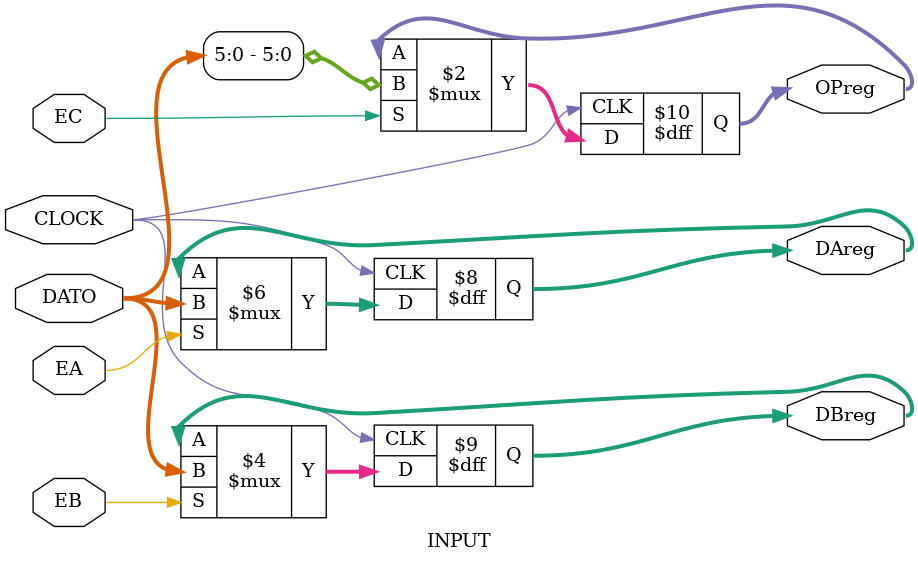
<source format=v>
`timescale 1ns / 1ps


module INPUT 
#(
    /** numero de bits - datos*/
    parameter NB_DATA   = 8
)

(
    /* DATO */
    input   wire   [NB_DATA - 1:0] DATO,
    /* SELECT */
    input   wire EA,
    input   wire EB,
    input   wire EC,
//    input   wire EB,
//    input   wire EOP,
    /* SALIDA*/
    //output reg  [NB_DATA - 1:0] F,     // EN DUDA
    output reg [NB_DATA    - 1 :0]      DAreg,
    output reg [NB_DATA    - 1 :0]      DBreg,
    output reg [5              :0]      OPreg,
    /* CLOCK */
    input   wire CLOCK
);

/* registros internos*/
//reg [NB_DATA    - 1 :0]      DAreg;
//reg [NB_DATA    - 1 :0]      DBreg;
//reg [5              :0]      OPreg;

//ALU myALU (.DA(DAreg), .DB(DBreg), .OP(OPreg), .F
/* Entrada Dato A*/
always @(posedge CLOCK) begin : sincr_entradas
    if (EA) begin
        DAreg <= DATO;
    end
    if (EB) begin
        DBreg <= DATO;
    end
    if (EC) begin
        OPreg <= DATO;
//        case(OPreg)
//            6'b000000: F <= 8'b0;
//            6'b000001: F <= DAreg + DBreg;
//            6'b000100: F <= DAreg - DBreg;
//        endcase
    end
        
    end
endmodule
</source>
